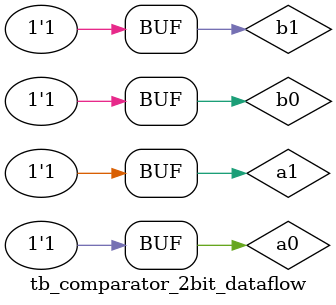
<source format=v>
module tb_comparator_2bit_dataflow;
    reg a1, a0, b1, b0;
    wire x, y, z;

    comparator_2bit_dataflow uut(a1, a0, b1, b0, x, y, z);

    initial 
    begin
        {a1, a0} = 2'b00; {b1, b0} = 2'b00; #5; // A == B
        {a1, a0} = 2'b01; {b1, b0} = 2'b00; #5; // A > B
        {a1, a0} = 2'b10; {b1, b0} = 2'b01; #5; // A > B
        {a1, a0} = 2'b11; {b1, b0} = 2'b10; #5; // A > B
        {a1, a0} = 2'b01; {b1, b0} = 2'b10; #5; // A < B
        {a1, a0} = 2'b10; {b1, b0} = 2'b11; #5; // A < B
        {a1, a0} = 2'b11; {b1, b0} = 2'b11; #5; // A == B
    end
endmodule
</source>
